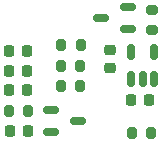
<source format=gtp>
%TF.GenerationSoftware,KiCad,Pcbnew,7.0.6*%
%TF.CreationDate,2023-08-28T22:53:50+01:00*%
%TF.ProjectId,SiPM Bias,5369504d-2042-4696-9173-2e6b69636164,rev?*%
%TF.SameCoordinates,Original*%
%TF.FileFunction,Paste,Top*%
%TF.FilePolarity,Positive*%
%FSLAX46Y46*%
G04 Gerber Fmt 4.6, Leading zero omitted, Abs format (unit mm)*
G04 Created by KiCad (PCBNEW 7.0.6) date 2023-08-28 22:53:50*
%MOMM*%
%LPD*%
G01*
G04 APERTURE LIST*
G04 Aperture macros list*
%AMRoundRect*
0 Rectangle with rounded corners*
0 $1 Rounding radius*
0 $2 $3 $4 $5 $6 $7 $8 $9 X,Y pos of 4 corners*
0 Add a 4 corners polygon primitive as box body*
4,1,4,$2,$3,$4,$5,$6,$7,$8,$9,$2,$3,0*
0 Add four circle primitives for the rounded corners*
1,1,$1+$1,$2,$3*
1,1,$1+$1,$4,$5*
1,1,$1+$1,$6,$7*
1,1,$1+$1,$8,$9*
0 Add four rect primitives between the rounded corners*
20,1,$1+$1,$2,$3,$4,$5,0*
20,1,$1+$1,$4,$5,$6,$7,0*
20,1,$1+$1,$6,$7,$8,$9,0*
20,1,$1+$1,$8,$9,$2,$3,0*%
G04 Aperture macros list end*
%ADD10RoundRect,0.150000X0.512500X0.150000X-0.512500X0.150000X-0.512500X-0.150000X0.512500X-0.150000X0*%
%ADD11RoundRect,0.150000X0.150000X-0.512500X0.150000X0.512500X-0.150000X0.512500X-0.150000X-0.512500X0*%
%ADD12RoundRect,0.200000X-0.200000X-0.275000X0.200000X-0.275000X0.200000X0.275000X-0.200000X0.275000X0*%
%ADD13RoundRect,0.225000X-0.225000X-0.250000X0.225000X-0.250000X0.225000X0.250000X-0.225000X0.250000X0*%
%ADD14RoundRect,0.225000X-0.250000X0.225000X-0.250000X-0.225000X0.250000X-0.225000X0.250000X0.225000X0*%
%ADD15RoundRect,0.150000X-0.512500X-0.150000X0.512500X-0.150000X0.512500X0.150000X-0.512500X0.150000X0*%
%ADD16RoundRect,0.200000X0.275000X-0.200000X0.275000X0.200000X-0.275000X0.200000X-0.275000X-0.200000X0*%
%ADD17RoundRect,0.200000X0.200000X0.275000X-0.200000X0.275000X-0.200000X-0.275000X0.200000X-0.275000X0*%
%ADD18RoundRect,0.225000X0.225000X0.250000X-0.225000X0.250000X-0.225000X-0.250000X0.225000X-0.250000X0*%
G04 APERTURE END LIST*
D10*
%TO.C,Q1*%
X152912501Y-85600001D03*
X155187501Y-84650001D03*
X155187501Y-86550001D03*
%TD*%
D11*
%TO.C,U1*%
X155450001Y-88512501D03*
X157350001Y-88512501D03*
X157350001Y-90787501D03*
X156400001Y-90787501D03*
X155450001Y-90787501D03*
%TD*%
D12*
%TO.C,R5*%
X155475000Y-95350000D03*
X157125000Y-95350000D03*
%TD*%
D13*
%TO.C,C6*%
X145100002Y-88412503D03*
X146650002Y-88412503D03*
%TD*%
%TO.C,C4*%
X145100001Y-91712502D03*
X146650001Y-91712502D03*
%TD*%
D14*
%TO.C,C2*%
X153650001Y-88325001D03*
X153650001Y-89875001D03*
%TD*%
D12*
%TO.C,R2*%
X151150001Y-87912502D03*
X149500001Y-87912502D03*
%TD*%
D15*
%TO.C,Q2*%
X150887501Y-94312501D03*
X148612501Y-95262501D03*
X148612501Y-93362501D03*
%TD*%
D16*
%TO.C,R3*%
X157200001Y-86612502D03*
X157200001Y-84962502D03*
%TD*%
D17*
%TO.C,R4*%
X146700001Y-93462502D03*
X145050001Y-93462502D03*
%TD*%
%TO.C,R1*%
X149475002Y-91412503D03*
X151125002Y-91412503D03*
%TD*%
D13*
%TO.C,C1*%
X156975001Y-92550001D03*
X155425001Y-92550001D03*
%TD*%
%TO.C,C5*%
X145100002Y-90062502D03*
X146650002Y-90062502D03*
%TD*%
D17*
%TO.C,TH1*%
X151125002Y-89662503D03*
X149475002Y-89662503D03*
%TD*%
D18*
%TO.C,C3*%
X146700001Y-95212503D03*
X145150001Y-95212503D03*
%TD*%
M02*

</source>
